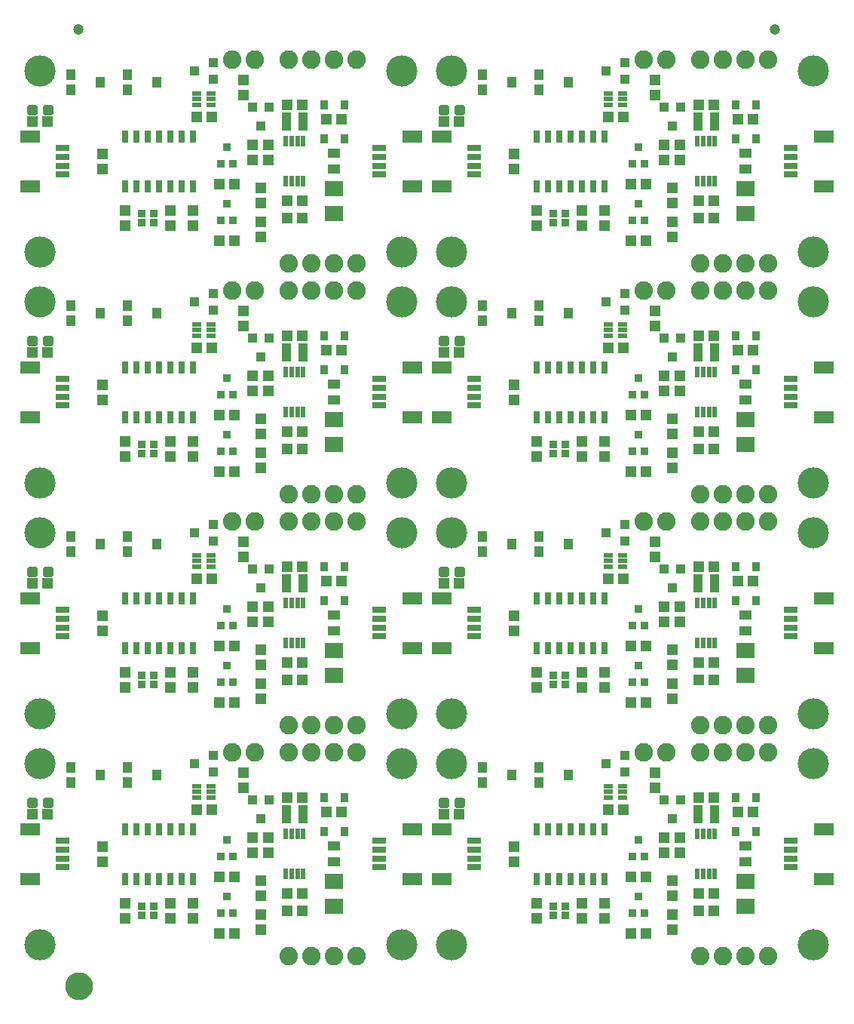
<source format=gts>
G04 EAGLE Gerber RS-274X export*
G75*
%MOMM*%
%FSLAX34Y34*%
%LPD*%
%INSoldermask Top*%
%IPPOS*%
%AMOC8*
5,1,8,0,0,1.08239X$1,22.5*%
G01*
%ADD10R,1.203200X1.303200*%
%ADD11R,1.303200X1.203200*%
%ADD12R,1.403200X1.003200*%
%ADD13R,2.203200X1.403200*%
%ADD14R,1.553200X0.803200*%
%ADD15C,2.082800*%
%ADD16R,1.003200X2.003200*%
%ADD17R,0.903200X0.903200*%
%ADD18R,0.803200X1.403200*%
%ADD19R,0.603200X1.303200*%
%ADD20R,0.953200X0.903200*%
%ADD21R,1.003200X1.103200*%
%ADD22R,2.003200X1.803200*%
%ADD23R,0.833200X1.033200*%
%ADD24R,1.103200X1.203200*%
%ADD25R,1.103200X1.303200*%
%ADD26C,3.505200*%
%ADD27C,0.505344*%
%ADD28R,1.103200X1.003200*%
%ADD29R,1.003200X0.603200*%
%ADD30C,1.203200*%
%ADD31C,1.270000*%
%ADD32C,1.703200*%


D10*
X120650Y55000D03*
X120650Y72000D03*
D11*
X302650Y190500D03*
X319650Y190500D03*
D10*
X95250Y118500D03*
X95250Y135500D03*
X171450Y72000D03*
X171450Y55000D03*
D12*
X355600Y118000D03*
X355600Y136000D03*
D13*
X14050Y155000D03*
X14050Y99000D03*
D14*
X50800Y142000D03*
X50800Y132000D03*
X50800Y122000D03*
X50800Y112000D03*
D13*
X443150Y99000D03*
X443150Y155000D03*
D14*
X406400Y112000D03*
X406400Y122000D03*
X406400Y132000D03*
X406400Y142000D03*
D15*
X381000Y12700D03*
X355600Y12700D03*
X330200Y12700D03*
X304800Y12700D03*
D16*
X302150Y171450D03*
X320150Y171450D03*
D17*
X228450Y124100D03*
X241450Y124100D03*
X234950Y142600D03*
X228450Y60600D03*
X241450Y60600D03*
X234950Y79100D03*
D11*
X302650Y82550D03*
X319650Y82550D03*
X243450Y101600D03*
X226450Y101600D03*
D10*
X273050Y97400D03*
X273050Y80400D03*
X196850Y72000D03*
X196850Y55000D03*
D11*
X319650Y63500D03*
X302650Y63500D03*
X243450Y38100D03*
X226450Y38100D03*
D10*
X273050Y59300D03*
X273050Y42300D03*
D18*
X120650Y99000D03*
X133350Y99000D03*
X146050Y99000D03*
X158750Y99000D03*
X171450Y99000D03*
X184150Y99000D03*
X196850Y99000D03*
X196850Y155000D03*
X184150Y155000D03*
X171450Y155000D03*
X158750Y155000D03*
X146050Y155000D03*
X133350Y155000D03*
X120650Y155000D03*
D19*
X320900Y149500D03*
X314400Y149500D03*
X307900Y149500D03*
X301400Y149500D03*
X301400Y104500D03*
X307900Y104500D03*
X314400Y104500D03*
X320900Y104500D03*
D20*
X152800Y58500D03*
X139300Y58500D03*
X139300Y68500D03*
X152800Y68500D03*
D21*
X282550Y187800D03*
X263550Y187800D03*
X273050Y166800D03*
D10*
X264160Y145660D03*
X264160Y128660D03*
X281940Y128660D03*
X281940Y145660D03*
D15*
X381000Y241300D03*
X355600Y241300D03*
X330200Y241300D03*
X304800Y241300D03*
D22*
X355600Y96550D03*
X355600Y68550D03*
D11*
X347100Y173990D03*
X364100Y173990D03*
D23*
X344100Y190500D03*
X367100Y190500D03*
X344100Y152400D03*
X367100Y152400D03*
D24*
X123200Y224400D03*
D25*
X156200Y215900D03*
D24*
X123200Y207400D03*
X59700Y224400D03*
D25*
X92700Y215900D03*
D24*
X59700Y207400D03*
D26*
X25400Y228600D03*
X25400Y25400D03*
X431800Y25400D03*
X431800Y228600D03*
D15*
X266700Y241300D03*
X241300Y241300D03*
D11*
X33900Y171450D03*
X16900Y171450D03*
D27*
X20120Y180660D02*
X20120Y187640D01*
X20120Y180660D02*
X13140Y180660D01*
X13140Y187640D01*
X20120Y187640D01*
X20120Y185460D02*
X13140Y185460D01*
X37660Y187640D02*
X37660Y180660D01*
X30680Y180660D01*
X30680Y187640D01*
X37660Y187640D01*
X37660Y185460D02*
X30680Y185460D01*
D28*
X219550Y219100D03*
X219550Y238100D03*
X198550Y228600D03*
D29*
X217550Y190350D03*
X217550Y196850D03*
X217550Y203350D03*
X201550Y203350D03*
X201550Y196850D03*
X201550Y190350D03*
D10*
X254000Y201050D03*
X254000Y218050D03*
D11*
X218050Y176530D03*
X201050Y176530D03*
D10*
X582930Y55000D03*
X582930Y72000D03*
D11*
X764930Y190500D03*
X781930Y190500D03*
D10*
X557530Y118500D03*
X557530Y135500D03*
X633730Y72000D03*
X633730Y55000D03*
D12*
X817880Y118000D03*
X817880Y136000D03*
D13*
X476330Y155000D03*
X476330Y99000D03*
D14*
X513080Y142000D03*
X513080Y132000D03*
X513080Y122000D03*
X513080Y112000D03*
D13*
X905430Y99000D03*
X905430Y155000D03*
D14*
X868680Y112000D03*
X868680Y122000D03*
X868680Y132000D03*
X868680Y142000D03*
D15*
X843280Y12700D03*
X817880Y12700D03*
X792480Y12700D03*
X767080Y12700D03*
D16*
X764430Y171450D03*
X782430Y171450D03*
D17*
X690730Y124100D03*
X703730Y124100D03*
X697230Y142600D03*
X690730Y60600D03*
X703730Y60600D03*
X697230Y79100D03*
D11*
X764930Y82550D03*
X781930Y82550D03*
X705730Y101600D03*
X688730Y101600D03*
D10*
X735330Y97400D03*
X735330Y80400D03*
X659130Y72000D03*
X659130Y55000D03*
D11*
X781930Y63500D03*
X764930Y63500D03*
X705730Y38100D03*
X688730Y38100D03*
D10*
X735330Y59300D03*
X735330Y42300D03*
D18*
X582930Y99000D03*
X595630Y99000D03*
X608330Y99000D03*
X621030Y99000D03*
X633730Y99000D03*
X646430Y99000D03*
X659130Y99000D03*
X659130Y155000D03*
X646430Y155000D03*
X633730Y155000D03*
X621030Y155000D03*
X608330Y155000D03*
X595630Y155000D03*
X582930Y155000D03*
D19*
X783180Y149500D03*
X776680Y149500D03*
X770180Y149500D03*
X763680Y149500D03*
X763680Y104500D03*
X770180Y104500D03*
X776680Y104500D03*
X783180Y104500D03*
D20*
X615080Y58500D03*
X601580Y58500D03*
X601580Y68500D03*
X615080Y68500D03*
D21*
X744830Y187800D03*
X725830Y187800D03*
X735330Y166800D03*
D10*
X726440Y145660D03*
X726440Y128660D03*
X744220Y128660D03*
X744220Y145660D03*
D15*
X843280Y241300D03*
X817880Y241300D03*
X792480Y241300D03*
X767080Y241300D03*
D22*
X817880Y96550D03*
X817880Y68550D03*
D11*
X809380Y173990D03*
X826380Y173990D03*
D23*
X806380Y190500D03*
X829380Y190500D03*
X806380Y152400D03*
X829380Y152400D03*
D24*
X585480Y224400D03*
D25*
X618480Y215900D03*
D24*
X585480Y207400D03*
X521980Y224400D03*
D25*
X554980Y215900D03*
D24*
X521980Y207400D03*
D26*
X487680Y228600D03*
X487680Y25400D03*
X894080Y25400D03*
X894080Y228600D03*
D15*
X728980Y241300D03*
X703580Y241300D03*
D11*
X496180Y171450D03*
X479180Y171450D03*
D27*
X482400Y180660D02*
X482400Y187640D01*
X482400Y180660D02*
X475420Y180660D01*
X475420Y187640D01*
X482400Y187640D01*
X482400Y185460D02*
X475420Y185460D01*
X499940Y187640D02*
X499940Y180660D01*
X492960Y180660D01*
X492960Y187640D01*
X499940Y187640D01*
X499940Y185460D02*
X492960Y185460D01*
D28*
X681830Y219100D03*
X681830Y238100D03*
X660830Y228600D03*
D29*
X679830Y190350D03*
X679830Y196850D03*
X679830Y203350D03*
X663830Y203350D03*
X663830Y196850D03*
X663830Y190350D03*
D10*
X716280Y201050D03*
X716280Y218050D03*
D11*
X680330Y176530D03*
X663330Y176530D03*
D10*
X120650Y314080D03*
X120650Y331080D03*
D11*
X302650Y449580D03*
X319650Y449580D03*
D10*
X95250Y377580D03*
X95250Y394580D03*
X171450Y331080D03*
X171450Y314080D03*
D12*
X355600Y377080D03*
X355600Y395080D03*
D13*
X14050Y414080D03*
X14050Y358080D03*
D14*
X50800Y401080D03*
X50800Y391080D03*
X50800Y381080D03*
X50800Y371080D03*
D13*
X443150Y358080D03*
X443150Y414080D03*
D14*
X406400Y371080D03*
X406400Y381080D03*
X406400Y391080D03*
X406400Y401080D03*
D15*
X381000Y271780D03*
X355600Y271780D03*
X330200Y271780D03*
X304800Y271780D03*
D16*
X302150Y430530D03*
X320150Y430530D03*
D17*
X228450Y383180D03*
X241450Y383180D03*
X234950Y401680D03*
X228450Y319680D03*
X241450Y319680D03*
X234950Y338180D03*
D11*
X302650Y341630D03*
X319650Y341630D03*
X243450Y360680D03*
X226450Y360680D03*
D10*
X273050Y356480D03*
X273050Y339480D03*
X196850Y331080D03*
X196850Y314080D03*
D11*
X319650Y322580D03*
X302650Y322580D03*
X243450Y297180D03*
X226450Y297180D03*
D10*
X273050Y318380D03*
X273050Y301380D03*
D18*
X120650Y358080D03*
X133350Y358080D03*
X146050Y358080D03*
X158750Y358080D03*
X171450Y358080D03*
X184150Y358080D03*
X196850Y358080D03*
X196850Y414080D03*
X184150Y414080D03*
X171450Y414080D03*
X158750Y414080D03*
X146050Y414080D03*
X133350Y414080D03*
X120650Y414080D03*
D19*
X320900Y408580D03*
X314400Y408580D03*
X307900Y408580D03*
X301400Y408580D03*
X301400Y363580D03*
X307900Y363580D03*
X314400Y363580D03*
X320900Y363580D03*
D20*
X152800Y317580D03*
X139300Y317580D03*
X139300Y327580D03*
X152800Y327580D03*
D21*
X282550Y446880D03*
X263550Y446880D03*
X273050Y425880D03*
D10*
X264160Y404740D03*
X264160Y387740D03*
X281940Y387740D03*
X281940Y404740D03*
D15*
X381000Y500380D03*
X355600Y500380D03*
X330200Y500380D03*
X304800Y500380D03*
D22*
X355600Y355630D03*
X355600Y327630D03*
D11*
X347100Y433070D03*
X364100Y433070D03*
D23*
X344100Y449580D03*
X367100Y449580D03*
X344100Y411480D03*
X367100Y411480D03*
D24*
X123200Y483480D03*
D25*
X156200Y474980D03*
D24*
X123200Y466480D03*
X59700Y483480D03*
D25*
X92700Y474980D03*
D24*
X59700Y466480D03*
D26*
X25400Y487680D03*
X25400Y284480D03*
X431800Y284480D03*
X431800Y487680D03*
D15*
X266700Y500380D03*
X241300Y500380D03*
D11*
X33900Y430530D03*
X16900Y430530D03*
D27*
X20120Y439740D02*
X20120Y446720D01*
X20120Y439740D02*
X13140Y439740D01*
X13140Y446720D01*
X20120Y446720D01*
X20120Y444540D02*
X13140Y444540D01*
X37660Y446720D02*
X37660Y439740D01*
X30680Y439740D01*
X30680Y446720D01*
X37660Y446720D01*
X37660Y444540D02*
X30680Y444540D01*
D28*
X219550Y478180D03*
X219550Y497180D03*
X198550Y487680D03*
D29*
X217550Y449430D03*
X217550Y455930D03*
X217550Y462430D03*
X201550Y462430D03*
X201550Y455930D03*
X201550Y449430D03*
D10*
X254000Y460130D03*
X254000Y477130D03*
D11*
X218050Y435610D03*
X201050Y435610D03*
D10*
X582930Y314080D03*
X582930Y331080D03*
D11*
X764930Y449580D03*
X781930Y449580D03*
D10*
X557530Y377580D03*
X557530Y394580D03*
X633730Y331080D03*
X633730Y314080D03*
D12*
X817880Y377080D03*
X817880Y395080D03*
D13*
X476330Y414080D03*
X476330Y358080D03*
D14*
X513080Y401080D03*
X513080Y391080D03*
X513080Y381080D03*
X513080Y371080D03*
D13*
X905430Y358080D03*
X905430Y414080D03*
D14*
X868680Y371080D03*
X868680Y381080D03*
X868680Y391080D03*
X868680Y401080D03*
D15*
X843280Y271780D03*
X817880Y271780D03*
X792480Y271780D03*
X767080Y271780D03*
D16*
X764430Y430530D03*
X782430Y430530D03*
D17*
X690730Y383180D03*
X703730Y383180D03*
X697230Y401680D03*
X690730Y319680D03*
X703730Y319680D03*
X697230Y338180D03*
D11*
X764930Y341630D03*
X781930Y341630D03*
X705730Y360680D03*
X688730Y360680D03*
D10*
X735330Y356480D03*
X735330Y339480D03*
X659130Y331080D03*
X659130Y314080D03*
D11*
X781930Y322580D03*
X764930Y322580D03*
X705730Y297180D03*
X688730Y297180D03*
D10*
X735330Y318380D03*
X735330Y301380D03*
D18*
X582930Y358080D03*
X595630Y358080D03*
X608330Y358080D03*
X621030Y358080D03*
X633730Y358080D03*
X646430Y358080D03*
X659130Y358080D03*
X659130Y414080D03*
X646430Y414080D03*
X633730Y414080D03*
X621030Y414080D03*
X608330Y414080D03*
X595630Y414080D03*
X582930Y414080D03*
D19*
X783180Y408580D03*
X776680Y408580D03*
X770180Y408580D03*
X763680Y408580D03*
X763680Y363580D03*
X770180Y363580D03*
X776680Y363580D03*
X783180Y363580D03*
D20*
X615080Y317580D03*
X601580Y317580D03*
X601580Y327580D03*
X615080Y327580D03*
D21*
X744830Y446880D03*
X725830Y446880D03*
X735330Y425880D03*
D10*
X726440Y404740D03*
X726440Y387740D03*
X744220Y387740D03*
X744220Y404740D03*
D15*
X843280Y500380D03*
X817880Y500380D03*
X792480Y500380D03*
X767080Y500380D03*
D22*
X817880Y355630D03*
X817880Y327630D03*
D11*
X809380Y433070D03*
X826380Y433070D03*
D23*
X806380Y449580D03*
X829380Y449580D03*
X806380Y411480D03*
X829380Y411480D03*
D24*
X585480Y483480D03*
D25*
X618480Y474980D03*
D24*
X585480Y466480D03*
X521980Y483480D03*
D25*
X554980Y474980D03*
D24*
X521980Y466480D03*
D26*
X487680Y487680D03*
X487680Y284480D03*
X894080Y284480D03*
X894080Y487680D03*
D15*
X728980Y500380D03*
X703580Y500380D03*
D11*
X496180Y430530D03*
X479180Y430530D03*
D27*
X482400Y439740D02*
X482400Y446720D01*
X482400Y439740D02*
X475420Y439740D01*
X475420Y446720D01*
X482400Y446720D01*
X482400Y444540D02*
X475420Y444540D01*
X499940Y446720D02*
X499940Y439740D01*
X492960Y439740D01*
X492960Y446720D01*
X499940Y446720D01*
X499940Y444540D02*
X492960Y444540D01*
D28*
X681830Y478180D03*
X681830Y497180D03*
X660830Y487680D03*
D29*
X679830Y449430D03*
X679830Y455930D03*
X679830Y462430D03*
X663830Y462430D03*
X663830Y455930D03*
X663830Y449430D03*
D10*
X716280Y460130D03*
X716280Y477130D03*
D11*
X680330Y435610D03*
X663330Y435610D03*
D10*
X120650Y573160D03*
X120650Y590160D03*
D11*
X302650Y708660D03*
X319650Y708660D03*
D10*
X95250Y636660D03*
X95250Y653660D03*
X171450Y590160D03*
X171450Y573160D03*
D12*
X355600Y636160D03*
X355600Y654160D03*
D13*
X14050Y673160D03*
X14050Y617160D03*
D14*
X50800Y660160D03*
X50800Y650160D03*
X50800Y640160D03*
X50800Y630160D03*
D13*
X443150Y617160D03*
X443150Y673160D03*
D14*
X406400Y630160D03*
X406400Y640160D03*
X406400Y650160D03*
X406400Y660160D03*
D15*
X381000Y530860D03*
X355600Y530860D03*
X330200Y530860D03*
X304800Y530860D03*
D16*
X302150Y689610D03*
X320150Y689610D03*
D17*
X228450Y642260D03*
X241450Y642260D03*
X234950Y660760D03*
X228450Y578760D03*
X241450Y578760D03*
X234950Y597260D03*
D11*
X302650Y600710D03*
X319650Y600710D03*
X243450Y619760D03*
X226450Y619760D03*
D10*
X273050Y615560D03*
X273050Y598560D03*
X196850Y590160D03*
X196850Y573160D03*
D11*
X319650Y581660D03*
X302650Y581660D03*
X243450Y556260D03*
X226450Y556260D03*
D10*
X273050Y577460D03*
X273050Y560460D03*
D18*
X120650Y617160D03*
X133350Y617160D03*
X146050Y617160D03*
X158750Y617160D03*
X171450Y617160D03*
X184150Y617160D03*
X196850Y617160D03*
X196850Y673160D03*
X184150Y673160D03*
X171450Y673160D03*
X158750Y673160D03*
X146050Y673160D03*
X133350Y673160D03*
X120650Y673160D03*
D19*
X320900Y667660D03*
X314400Y667660D03*
X307900Y667660D03*
X301400Y667660D03*
X301400Y622660D03*
X307900Y622660D03*
X314400Y622660D03*
X320900Y622660D03*
D20*
X152800Y576660D03*
X139300Y576660D03*
X139300Y586660D03*
X152800Y586660D03*
D21*
X282550Y705960D03*
X263550Y705960D03*
X273050Y684960D03*
D10*
X264160Y663820D03*
X264160Y646820D03*
X281940Y646820D03*
X281940Y663820D03*
D15*
X381000Y759460D03*
X355600Y759460D03*
X330200Y759460D03*
X304800Y759460D03*
D22*
X355600Y614710D03*
X355600Y586710D03*
D11*
X347100Y692150D03*
X364100Y692150D03*
D23*
X344100Y708660D03*
X367100Y708660D03*
X344100Y670560D03*
X367100Y670560D03*
D24*
X123200Y742560D03*
D25*
X156200Y734060D03*
D24*
X123200Y725560D03*
X59700Y742560D03*
D25*
X92700Y734060D03*
D24*
X59700Y725560D03*
D26*
X25400Y746760D03*
X25400Y543560D03*
X431800Y543560D03*
X431800Y746760D03*
D15*
X266700Y759460D03*
X241300Y759460D03*
D11*
X33900Y689610D03*
X16900Y689610D03*
D27*
X20120Y698820D02*
X20120Y705800D01*
X20120Y698820D02*
X13140Y698820D01*
X13140Y705800D01*
X20120Y705800D01*
X20120Y703620D02*
X13140Y703620D01*
X37660Y705800D02*
X37660Y698820D01*
X30680Y698820D01*
X30680Y705800D01*
X37660Y705800D01*
X37660Y703620D02*
X30680Y703620D01*
D28*
X219550Y737260D03*
X219550Y756260D03*
X198550Y746760D03*
D29*
X217550Y708510D03*
X217550Y715010D03*
X217550Y721510D03*
X201550Y721510D03*
X201550Y715010D03*
X201550Y708510D03*
D10*
X254000Y719210D03*
X254000Y736210D03*
D11*
X218050Y694690D03*
X201050Y694690D03*
D10*
X582930Y573160D03*
X582930Y590160D03*
D11*
X764930Y708660D03*
X781930Y708660D03*
D10*
X557530Y636660D03*
X557530Y653660D03*
X633730Y590160D03*
X633730Y573160D03*
D12*
X817880Y636160D03*
X817880Y654160D03*
D13*
X476330Y673160D03*
X476330Y617160D03*
D14*
X513080Y660160D03*
X513080Y650160D03*
X513080Y640160D03*
X513080Y630160D03*
D13*
X905430Y617160D03*
X905430Y673160D03*
D14*
X868680Y630160D03*
X868680Y640160D03*
X868680Y650160D03*
X868680Y660160D03*
D15*
X843280Y530860D03*
X817880Y530860D03*
X792480Y530860D03*
X767080Y530860D03*
D16*
X764430Y689610D03*
X782430Y689610D03*
D17*
X690730Y642260D03*
X703730Y642260D03*
X697230Y660760D03*
X690730Y578760D03*
X703730Y578760D03*
X697230Y597260D03*
D11*
X764930Y600710D03*
X781930Y600710D03*
X705730Y619760D03*
X688730Y619760D03*
D10*
X735330Y615560D03*
X735330Y598560D03*
X659130Y590160D03*
X659130Y573160D03*
D11*
X781930Y581660D03*
X764930Y581660D03*
X705730Y556260D03*
X688730Y556260D03*
D10*
X735330Y577460D03*
X735330Y560460D03*
D18*
X582930Y617160D03*
X595630Y617160D03*
X608330Y617160D03*
X621030Y617160D03*
X633730Y617160D03*
X646430Y617160D03*
X659130Y617160D03*
X659130Y673160D03*
X646430Y673160D03*
X633730Y673160D03*
X621030Y673160D03*
X608330Y673160D03*
X595630Y673160D03*
X582930Y673160D03*
D19*
X783180Y667660D03*
X776680Y667660D03*
X770180Y667660D03*
X763680Y667660D03*
X763680Y622660D03*
X770180Y622660D03*
X776680Y622660D03*
X783180Y622660D03*
D20*
X615080Y576660D03*
X601580Y576660D03*
X601580Y586660D03*
X615080Y586660D03*
D21*
X744830Y705960D03*
X725830Y705960D03*
X735330Y684960D03*
D10*
X726440Y663820D03*
X726440Y646820D03*
X744220Y646820D03*
X744220Y663820D03*
D15*
X843280Y759460D03*
X817880Y759460D03*
X792480Y759460D03*
X767080Y759460D03*
D22*
X817880Y614710D03*
X817880Y586710D03*
D11*
X809380Y692150D03*
X826380Y692150D03*
D23*
X806380Y708660D03*
X829380Y708660D03*
X806380Y670560D03*
X829380Y670560D03*
D24*
X585480Y742560D03*
D25*
X618480Y734060D03*
D24*
X585480Y725560D03*
X521980Y742560D03*
D25*
X554980Y734060D03*
D24*
X521980Y725560D03*
D26*
X487680Y746760D03*
X487680Y543560D03*
X894080Y543560D03*
X894080Y746760D03*
D15*
X728980Y759460D03*
X703580Y759460D03*
D11*
X496180Y689610D03*
X479180Y689610D03*
D27*
X482400Y698820D02*
X482400Y705800D01*
X482400Y698820D02*
X475420Y698820D01*
X475420Y705800D01*
X482400Y705800D01*
X482400Y703620D02*
X475420Y703620D01*
X499940Y705800D02*
X499940Y698820D01*
X492960Y698820D01*
X492960Y705800D01*
X499940Y705800D01*
X499940Y703620D02*
X492960Y703620D01*
D28*
X681830Y737260D03*
X681830Y756260D03*
X660830Y746760D03*
D29*
X679830Y708510D03*
X679830Y715010D03*
X679830Y721510D03*
X663830Y721510D03*
X663830Y715010D03*
X663830Y708510D03*
D10*
X716280Y719210D03*
X716280Y736210D03*
D11*
X680330Y694690D03*
X663330Y694690D03*
D10*
X120650Y832240D03*
X120650Y849240D03*
D11*
X302650Y967740D03*
X319650Y967740D03*
D10*
X95250Y895740D03*
X95250Y912740D03*
X171450Y849240D03*
X171450Y832240D03*
D12*
X355600Y895240D03*
X355600Y913240D03*
D13*
X14050Y932240D03*
X14050Y876240D03*
D14*
X50800Y919240D03*
X50800Y909240D03*
X50800Y899240D03*
X50800Y889240D03*
D13*
X443150Y876240D03*
X443150Y932240D03*
D14*
X406400Y889240D03*
X406400Y899240D03*
X406400Y909240D03*
X406400Y919240D03*
D15*
X381000Y789940D03*
X355600Y789940D03*
X330200Y789940D03*
X304800Y789940D03*
D16*
X302150Y948690D03*
X320150Y948690D03*
D17*
X228450Y901340D03*
X241450Y901340D03*
X234950Y919840D03*
X228450Y837840D03*
X241450Y837840D03*
X234950Y856340D03*
D11*
X302650Y859790D03*
X319650Y859790D03*
X243450Y878840D03*
X226450Y878840D03*
D10*
X273050Y874640D03*
X273050Y857640D03*
X196850Y849240D03*
X196850Y832240D03*
D11*
X319650Y840740D03*
X302650Y840740D03*
X243450Y815340D03*
X226450Y815340D03*
D10*
X273050Y836540D03*
X273050Y819540D03*
D18*
X120650Y876240D03*
X133350Y876240D03*
X146050Y876240D03*
X158750Y876240D03*
X171450Y876240D03*
X184150Y876240D03*
X196850Y876240D03*
X196850Y932240D03*
X184150Y932240D03*
X171450Y932240D03*
X158750Y932240D03*
X146050Y932240D03*
X133350Y932240D03*
X120650Y932240D03*
D19*
X320900Y926740D03*
X314400Y926740D03*
X307900Y926740D03*
X301400Y926740D03*
X301400Y881740D03*
X307900Y881740D03*
X314400Y881740D03*
X320900Y881740D03*
D20*
X152800Y835740D03*
X139300Y835740D03*
X139300Y845740D03*
X152800Y845740D03*
D21*
X282550Y965040D03*
X263550Y965040D03*
X273050Y944040D03*
D10*
X264160Y922900D03*
X264160Y905900D03*
X281940Y905900D03*
X281940Y922900D03*
D15*
X381000Y1018540D03*
X355600Y1018540D03*
X330200Y1018540D03*
X304800Y1018540D03*
D22*
X355600Y873790D03*
X355600Y845790D03*
D11*
X347100Y951230D03*
X364100Y951230D03*
D23*
X344100Y967740D03*
X367100Y967740D03*
X344100Y929640D03*
X367100Y929640D03*
D24*
X123200Y1001640D03*
D25*
X156200Y993140D03*
D24*
X123200Y984640D03*
X59700Y1001640D03*
D25*
X92700Y993140D03*
D24*
X59700Y984640D03*
D26*
X25400Y1005840D03*
X25400Y802640D03*
X431800Y802640D03*
X431800Y1005840D03*
D15*
X266700Y1018540D03*
X241300Y1018540D03*
D11*
X33900Y948690D03*
X16900Y948690D03*
D27*
X20120Y957900D02*
X20120Y964880D01*
X20120Y957900D02*
X13140Y957900D01*
X13140Y964880D01*
X20120Y964880D01*
X20120Y962700D02*
X13140Y962700D01*
X37660Y964880D02*
X37660Y957900D01*
X30680Y957900D01*
X30680Y964880D01*
X37660Y964880D01*
X37660Y962700D02*
X30680Y962700D01*
D28*
X219550Y996340D03*
X219550Y1015340D03*
X198550Y1005840D03*
D29*
X217550Y967590D03*
X217550Y974090D03*
X217550Y980590D03*
X201550Y980590D03*
X201550Y974090D03*
X201550Y967590D03*
D10*
X254000Y978290D03*
X254000Y995290D03*
D11*
X218050Y953770D03*
X201050Y953770D03*
D10*
X582930Y832240D03*
X582930Y849240D03*
D11*
X764930Y967740D03*
X781930Y967740D03*
D10*
X557530Y895740D03*
X557530Y912740D03*
X633730Y849240D03*
X633730Y832240D03*
D12*
X817880Y895240D03*
X817880Y913240D03*
D13*
X476330Y932240D03*
X476330Y876240D03*
D14*
X513080Y919240D03*
X513080Y909240D03*
X513080Y899240D03*
X513080Y889240D03*
D13*
X905430Y876240D03*
X905430Y932240D03*
D14*
X868680Y889240D03*
X868680Y899240D03*
X868680Y909240D03*
X868680Y919240D03*
D15*
X843280Y789940D03*
X817880Y789940D03*
X792480Y789940D03*
X767080Y789940D03*
D16*
X764430Y948690D03*
X782430Y948690D03*
D17*
X690730Y901340D03*
X703730Y901340D03*
X697230Y919840D03*
X690730Y837840D03*
X703730Y837840D03*
X697230Y856340D03*
D11*
X764930Y859790D03*
X781930Y859790D03*
X705730Y878840D03*
X688730Y878840D03*
D10*
X735330Y874640D03*
X735330Y857640D03*
X659130Y849240D03*
X659130Y832240D03*
D11*
X781930Y840740D03*
X764930Y840740D03*
X705730Y815340D03*
X688730Y815340D03*
D10*
X735330Y836540D03*
X735330Y819540D03*
D18*
X582930Y876240D03*
X595630Y876240D03*
X608330Y876240D03*
X621030Y876240D03*
X633730Y876240D03*
X646430Y876240D03*
X659130Y876240D03*
X659130Y932240D03*
X646430Y932240D03*
X633730Y932240D03*
X621030Y932240D03*
X608330Y932240D03*
X595630Y932240D03*
X582930Y932240D03*
D19*
X783180Y926740D03*
X776680Y926740D03*
X770180Y926740D03*
X763680Y926740D03*
X763680Y881740D03*
X770180Y881740D03*
X776680Y881740D03*
X783180Y881740D03*
D20*
X615080Y835740D03*
X601580Y835740D03*
X601580Y845740D03*
X615080Y845740D03*
D21*
X744830Y965040D03*
X725830Y965040D03*
X735330Y944040D03*
D10*
X726440Y922900D03*
X726440Y905900D03*
X744220Y905900D03*
X744220Y922900D03*
D15*
X843280Y1018540D03*
X817880Y1018540D03*
X792480Y1018540D03*
X767080Y1018540D03*
D22*
X817880Y873790D03*
X817880Y845790D03*
D11*
X809380Y951230D03*
X826380Y951230D03*
D23*
X806380Y967740D03*
X829380Y967740D03*
X806380Y929640D03*
X829380Y929640D03*
D24*
X585480Y1001640D03*
D25*
X618480Y993140D03*
D24*
X585480Y984640D03*
X521980Y1001640D03*
D25*
X554980Y993140D03*
D24*
X521980Y984640D03*
D26*
X487680Y1005840D03*
X487680Y802640D03*
X894080Y802640D03*
X894080Y1005840D03*
D15*
X728980Y1018540D03*
X703580Y1018540D03*
D11*
X496180Y948690D03*
X479180Y948690D03*
D27*
X482400Y957900D02*
X482400Y964880D01*
X482400Y957900D02*
X475420Y957900D01*
X475420Y964880D01*
X482400Y964880D01*
X482400Y962700D02*
X475420Y962700D01*
X499940Y964880D02*
X499940Y957900D01*
X492960Y957900D01*
X492960Y964880D01*
X499940Y964880D01*
X499940Y962700D02*
X492960Y962700D01*
D28*
X681830Y996340D03*
X681830Y1015340D03*
X660830Y1005840D03*
D29*
X679830Y967590D03*
X679830Y974090D03*
X679830Y980590D03*
X663830Y980590D03*
X663830Y974090D03*
X663830Y967590D03*
D10*
X716280Y978290D03*
X716280Y995290D03*
D11*
X680330Y953770D03*
X663330Y953770D03*
D30*
X68580Y1052195D03*
X850265Y1052195D03*
D31*
X59525Y-20955D02*
X59528Y-20733D01*
X59536Y-20511D01*
X59550Y-20289D01*
X59569Y-20067D01*
X59593Y-19847D01*
X59623Y-19626D01*
X59658Y-19407D01*
X59699Y-19188D01*
X59745Y-18971D01*
X59796Y-18755D01*
X59853Y-18540D01*
X59915Y-18326D01*
X59982Y-18115D01*
X60054Y-17904D01*
X60132Y-17696D01*
X60214Y-17490D01*
X60302Y-17286D01*
X60394Y-17083D01*
X60492Y-16884D01*
X60594Y-16687D01*
X60701Y-16492D01*
X60813Y-16300D01*
X60930Y-16111D01*
X61051Y-15924D01*
X61177Y-15741D01*
X61307Y-15561D01*
X61442Y-15384D01*
X61580Y-15211D01*
X61723Y-15041D01*
X61871Y-14874D01*
X62022Y-14711D01*
X62177Y-14552D01*
X62336Y-14397D01*
X62499Y-14246D01*
X62666Y-14098D01*
X62836Y-13955D01*
X63009Y-13817D01*
X63186Y-13682D01*
X63366Y-13552D01*
X63549Y-13426D01*
X63736Y-13305D01*
X63925Y-13188D01*
X64117Y-13076D01*
X64312Y-12969D01*
X64509Y-12867D01*
X64708Y-12769D01*
X64911Y-12677D01*
X65115Y-12589D01*
X65321Y-12507D01*
X65529Y-12429D01*
X65740Y-12357D01*
X65951Y-12290D01*
X66165Y-12228D01*
X66380Y-12171D01*
X66596Y-12120D01*
X66813Y-12074D01*
X67032Y-12033D01*
X67251Y-11998D01*
X67472Y-11968D01*
X67692Y-11944D01*
X67914Y-11925D01*
X68136Y-11911D01*
X68358Y-11903D01*
X68580Y-11900D01*
X68802Y-11903D01*
X69024Y-11911D01*
X69246Y-11925D01*
X69468Y-11944D01*
X69688Y-11968D01*
X69909Y-11998D01*
X70128Y-12033D01*
X70347Y-12074D01*
X70564Y-12120D01*
X70780Y-12171D01*
X70995Y-12228D01*
X71209Y-12290D01*
X71420Y-12357D01*
X71631Y-12429D01*
X71839Y-12507D01*
X72045Y-12589D01*
X72249Y-12677D01*
X72452Y-12769D01*
X72651Y-12867D01*
X72848Y-12969D01*
X73043Y-13076D01*
X73235Y-13188D01*
X73424Y-13305D01*
X73611Y-13426D01*
X73794Y-13552D01*
X73974Y-13682D01*
X74151Y-13817D01*
X74324Y-13955D01*
X74494Y-14098D01*
X74661Y-14246D01*
X74824Y-14397D01*
X74983Y-14552D01*
X75138Y-14711D01*
X75289Y-14874D01*
X75437Y-15041D01*
X75580Y-15211D01*
X75718Y-15384D01*
X75853Y-15561D01*
X75983Y-15741D01*
X76109Y-15924D01*
X76230Y-16111D01*
X76347Y-16300D01*
X76459Y-16492D01*
X76566Y-16687D01*
X76668Y-16884D01*
X76766Y-17083D01*
X76858Y-17286D01*
X76946Y-17490D01*
X77028Y-17696D01*
X77106Y-17904D01*
X77178Y-18115D01*
X77245Y-18326D01*
X77307Y-18540D01*
X77364Y-18755D01*
X77415Y-18971D01*
X77461Y-19188D01*
X77502Y-19407D01*
X77537Y-19626D01*
X77567Y-19847D01*
X77591Y-20067D01*
X77610Y-20289D01*
X77624Y-20511D01*
X77632Y-20733D01*
X77635Y-20955D01*
X77632Y-21177D01*
X77624Y-21399D01*
X77610Y-21621D01*
X77591Y-21843D01*
X77567Y-22063D01*
X77537Y-22284D01*
X77502Y-22503D01*
X77461Y-22722D01*
X77415Y-22939D01*
X77364Y-23155D01*
X77307Y-23370D01*
X77245Y-23584D01*
X77178Y-23795D01*
X77106Y-24006D01*
X77028Y-24214D01*
X76946Y-24420D01*
X76858Y-24624D01*
X76766Y-24827D01*
X76668Y-25026D01*
X76566Y-25223D01*
X76459Y-25418D01*
X76347Y-25610D01*
X76230Y-25799D01*
X76109Y-25986D01*
X75983Y-26169D01*
X75853Y-26349D01*
X75718Y-26526D01*
X75580Y-26699D01*
X75437Y-26869D01*
X75289Y-27036D01*
X75138Y-27199D01*
X74983Y-27358D01*
X74824Y-27513D01*
X74661Y-27664D01*
X74494Y-27812D01*
X74324Y-27955D01*
X74151Y-28093D01*
X73974Y-28228D01*
X73794Y-28358D01*
X73611Y-28484D01*
X73424Y-28605D01*
X73235Y-28722D01*
X73043Y-28834D01*
X72848Y-28941D01*
X72651Y-29043D01*
X72452Y-29141D01*
X72249Y-29233D01*
X72045Y-29321D01*
X71839Y-29403D01*
X71631Y-29481D01*
X71420Y-29553D01*
X71209Y-29620D01*
X70995Y-29682D01*
X70780Y-29739D01*
X70564Y-29790D01*
X70347Y-29836D01*
X70128Y-29877D01*
X69909Y-29912D01*
X69688Y-29942D01*
X69468Y-29966D01*
X69246Y-29985D01*
X69024Y-29999D01*
X68802Y-30007D01*
X68580Y-30010D01*
X68358Y-30007D01*
X68136Y-29999D01*
X67914Y-29985D01*
X67692Y-29966D01*
X67472Y-29942D01*
X67251Y-29912D01*
X67032Y-29877D01*
X66813Y-29836D01*
X66596Y-29790D01*
X66380Y-29739D01*
X66165Y-29682D01*
X65951Y-29620D01*
X65740Y-29553D01*
X65529Y-29481D01*
X65321Y-29403D01*
X65115Y-29321D01*
X64911Y-29233D01*
X64708Y-29141D01*
X64509Y-29043D01*
X64312Y-28941D01*
X64117Y-28834D01*
X63925Y-28722D01*
X63736Y-28605D01*
X63549Y-28484D01*
X63366Y-28358D01*
X63186Y-28228D01*
X63009Y-28093D01*
X62836Y-27955D01*
X62666Y-27812D01*
X62499Y-27664D01*
X62336Y-27513D01*
X62177Y-27358D01*
X62022Y-27199D01*
X61871Y-27036D01*
X61723Y-26869D01*
X61580Y-26699D01*
X61442Y-26526D01*
X61307Y-26349D01*
X61177Y-26169D01*
X61051Y-25986D01*
X60930Y-25799D01*
X60813Y-25610D01*
X60701Y-25418D01*
X60594Y-25223D01*
X60492Y-25026D01*
X60394Y-24827D01*
X60302Y-24624D01*
X60214Y-24420D01*
X60132Y-24214D01*
X60054Y-24006D01*
X59982Y-23795D01*
X59915Y-23584D01*
X59853Y-23370D01*
X59796Y-23155D01*
X59745Y-22939D01*
X59699Y-22722D01*
X59658Y-22503D01*
X59623Y-22284D01*
X59593Y-22063D01*
X59569Y-21843D01*
X59550Y-21621D01*
X59536Y-21399D01*
X59528Y-21177D01*
X59525Y-20955D01*
D32*
X68580Y-20955D03*
M02*

</source>
